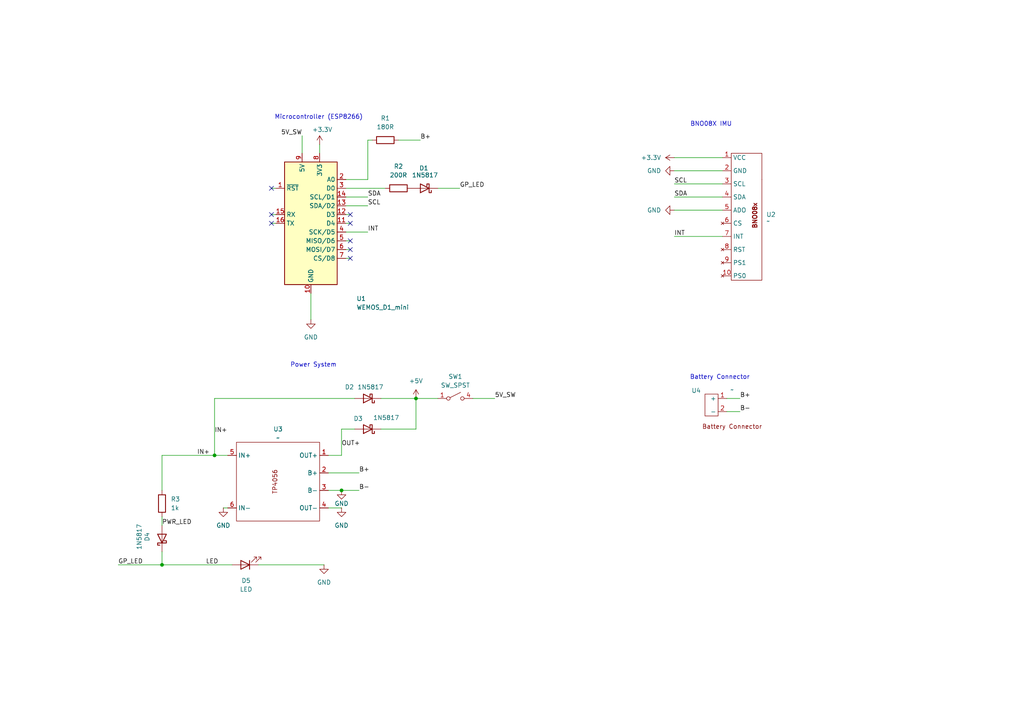
<source format=kicad_sch>
(kicad_sch (version 20250114) (generator "eeschema") (generator_version "9.0")
  (paper "A4")
  (title_block (title "CVISS Tracker PCB") (company "Noah Yacowar"))
  (lib_symbols
    (symbol "Battery_Connector_1"
      (property "Reference" "U" (at 3.81 0 0))
      (symbol "Battery_Connector_1_0_1"
        (rectangle (start 6.35 8.89) (end 10.16 2.54))
      )
      (symbol "Battery_Connector_1_1_1"
        (text "Battery Connector\n" (at 2.286 11.938 0) (effects (font (size 1.27 1.27))))
        (pin power_in line (at 3.81 7.62 0) (length 2.54) (name "-") (number "2"))
        (pin power_in line (at 3.81 3.81 0) (length 2.54) (name "+") (number "1"))
      )
    )
    (symbol "Custom_Symbol_Library:BNO08x_Board"
      (property "Reference" "U" (at 0 0 0))
      (symbol "BNO08x_Board_0_1"
        (rectangle (start 10.16 -10.16) (end 10.16 -10.16))
      )
      (symbol "BNO08x_Board_1_1"
        (rectangle (start 1.27 -2.54) (end 10.16 -39.37))
        (text "BNO08x" (at 8.128 -20.574 900) (effects (font (size 1.27 1.27) (thickness 0.254) (bold yes))))
        (pin power_in line (at -1.27 -3.81 0) (length 2.54) (name "VCC") (number "1"))
        (pin power_out line (at -1.27 -7.62 0) (length 2.54) (name "GND") (number "2"))
        (pin bidirectional line (at -1.27 -11.43 0) (length 2.54) (name "SCL") (number "3"))
        (pin bidirectional line (at -1.27 -15.24 0) (length 2.54) (name "SDA") (number "4"))
        (pin input line (at -1.27 -19.05 0) (length 2.54) (name "ADO") (number "5"))
        (pin no_connect line (at -1.27 -22.86 0) (length 2.54) (name "CS") (number "6"))
        (pin output line (at -1.27 -26.67 0) (length 2.54) (name "INT") (number "7"))
        (pin no_connect line (at -1.27 -30.48 0) (length 2.54) (name "RST") (number "8"))
        (pin no_connect line (at -1.27 -34.29 0) (length 2.54) (name "PS1") (number "9"))
        (pin no_connect line (at -1.27 -38.1 0) (length 2.54) (name "PS0") (number "10"))
      )
    )
    (symbol "Custom_Symbol_Library:TP4056_Board"
      (property "Reference" "U" (at -10.668 9.652 0))
      (symbol "TP4056_Board_0_1"
        (rectangle (start -11.43 -1.27) (end 11.43 -25.4))
      )
      (symbol "TP4056_Board_1_1"
        (text "TP4056\n" (at 0 -14.224 0) (effects (font (size 1.27 1.27))))
        (pin power_out line (at -7.62 1.27 270) (length 2.54) (name "OUT+") (number "1"))
        (pin power_in line (at -7.62 -27.94 90) (length 2.54) (name "IN+") (number "5"))
        (pin power_out line (at -2.54 1.27 270) (length 2.54) (name "B+") (number "2"))
        (pin power_out line (at 2.54 1.27 270) (length 2.54) (name "B-") (number "3"))
        (pin power_out line (at 7.62 1.27 270) (length 2.54) (name "OUT-") (number "4"))
        (pin power_in line (at 7.62 -27.94 90) (length 2.54) (name "IN-") (number "6"))
      )
    )
    (symbol "Device:LED" (pin_numbers (hide yes)) (pin_names (offset 1.016) (hide yes))
      (property "Reference" "D" (at 0 2.54 0))
      (property "Value" "LED" (at 0 -2.54 0))
      (symbol "LED_0_1"
        (polyline (pts (xy -3.048 -0.762) (xy -4.572 -2.286) (xy -3.81 -2.286) (xy -4.572 -2.286) (xy -4.572 -1.524)))
        (polyline (pts (xy -1.778 -0.762) (xy -3.302 -2.286) (xy -2.54 -2.286) (xy -3.302 -2.286) (xy -3.302 -1.524)))
        (polyline (pts (xy -1.27 0) (xy 1.27 0)))
        (polyline (pts (xy -1.27 -1.27) (xy -1.27 1.27)) (stroke (width 0.254)))
        (polyline (pts (xy 1.27 -1.27) (xy 1.27 1.27) (xy -1.27 0) (xy 1.27 -1.27)) (stroke (width 0.254)))
      )
      (symbol "LED_1_1"
        (pin passive line (at -3.81 0 0) (length 2.54) (name "K") (number "1"))
        (pin passive line (at 3.81 0 180) (length 2.54) (name "A") (number "2"))
      )
    )
    (symbol "Device:R" (pin_numbers (hide yes)) (pin_names (offset 0))
      (property "Reference" "R" (at 2.032 0 90))
      (property "Value" "R" (at 0 0 90))
      (symbol "R_0_1"
        (rectangle (start -1.016 -2.54) (end 1.016 2.54) (stroke (width 0.254)))
      )
      (symbol "R_1_1"
        (pin passive line (at 0 3.81 270) (length 1.27) (name "~") (number "1"))
        (pin passive line (at 0 -3.81 90) (length 1.27) (name "~") (number "2"))
      )
    )
    (symbol "Diode:1N5817" (pin_numbers (hide yes)) (pin_names (offset 1.016) (hide yes))
      (property "Reference" "D" (at 0 2.54 0))
      (property "Value" "1N5817" (at 0 -2.54 0))
      (symbol "1N5817_0_1"
        (polyline (pts (xy -1.905 0.635) (xy -1.905 1.27) (xy -1.27 1.27) (xy -1.27 -1.27) (xy -0.635 -1.27) (xy -0.635 -0.635)) (stroke (width 0.254)))
        (polyline (pts (xy 1.27 1.27) (xy 1.27 -1.27) (xy -1.27 0) (xy 1.27 1.27)) (stroke (width 0.254)))
        (polyline (pts (xy 1.27 0) (xy -1.27 0)))
      )
      (symbol "1N5817_1_1"
        (pin passive line (at -3.81 0 0) (length 2.54) (name "K") (number "1"))
        (pin passive line (at 3.81 0 180) (length 2.54) (name "A") (number "2"))
      )
    )
    (symbol "RF_Module:WEMOS_D1_mini"
      (property "Reference" "U" (at 3.81 19.05 0))
      (property "Value" "WEMOS_D1_mini" (at 1.27 -19.05 0))
      (symbol "WEMOS_D1_mini_1_1"
        (rectangle (start -7.62 17.78) (end 7.62 -17.78) (stroke (width 0.254)) (fill (type background)))
        (pin input line (at -10.16 10.16 0) (length 2.54) (name "~{RST}") (number "1"))
        (pin input line (at -10.16 2.54 0) (length 2.54) (name "RX") (number "15"))
        (pin output line (at -10.16 0 0) (length 2.54) (name "TX") (number "16"))
        (pin power_in line (at -2.54 20.32 270) (length 2.54) (name "5V") (number "9"))
        (pin power_in line (at 0 -20.32 90) (length 2.54) (name "GND") (number "10"))
        (pin power_out line (at 2.54 20.32 270) (length 2.54) (name "3V3") (number "8"))
        (pin input line (at 10.16 12.7 180) (length 2.54) (name "A0") (number "2"))
        (pin bidirectional line (at 10.16 10.16 180) (length 2.54) (name "D0") (number "3"))
        (pin bidirectional line (at 10.16 7.62 180) (length 2.54) (name "SCL/D1") (number "14"))
        (pin bidirectional line (at 10.16 5.08 180) (length 2.54) (name "SDA/D2") (number "13"))
        (pin bidirectional line (at 10.16 2.54 180) (length 2.54) (name "D3") (number "12"))
        (pin bidirectional line (at 10.16 0 180) (length 2.54) (name "D4") (number "11"))
        (pin bidirectional line (at 10.16 -2.54 180) (length 2.54) (name "SCK/D5") (number "4"))
        (pin bidirectional line (at 10.16 -5.08 180) (length 2.54) (name "MISO/D6") (number "5"))
        (pin bidirectional line (at 10.16 -7.62 180) (length 2.54) (name "MOSI/D7") (number "6"))
        (pin bidirectional line (at 10.16 -10.16 180) (length 2.54) (name "CS/D8") (number "7"))
      )
    )
    (symbol "Switch:SW_SPST" (pin_names (offset 0) (hide yes))
      (property "Reference" "SW1" (at 0 6.35 0))
      (property "Value" "SW_SPST" (at 0 3.81 0))
      (symbol "SW_SPST_0_0"
        (circle (center -2.032 0) (radius 0.508))
        (polyline (pts (xy -1.524 0.254) (xy 1.524 1.778)))
        (circle (center 2.032 0) (radius 0.508))
      )
      (symbol "SW_SPST_1_1"
        (pin passive line (at -5.08 0 0) (length 2.54) (name "A") (number "1"))
        (pin passive line (at 5.08 0 180) (length 2.54) (name "B") (number "4"))
      )
    )
    (symbol "power:+3.3V" (power) (pin_numbers (hide yes)) (pin_names (offset 0) (hide yes))
      (property "Value" "+3.3V" (at 0 3.556 0))
      (symbol "+3.3V_0_1"
        (polyline (pts (xy -0.762 1.27) (xy 0 2.54)))
        (polyline (pts (xy 0 2.54) (xy 0.762 1.27)))
        (polyline (pts (xy 0 0) (xy 0 2.54)))
      )
      (symbol "+3.3V_1_1"
        (pin power_in line (at 0 0 90) (length 0) (name "~") (number "1"))
      )
    )
    (symbol "power:+5V" (power) (pin_numbers (hide yes)) (pin_names (offset 0) (hide yes))
      (property "Value" "+5V" (at 0 3.556 0))
      (symbol "+5V_0_1"
        (polyline (pts (xy -0.762 1.27) (xy 0 2.54)))
        (polyline (pts (xy 0 2.54) (xy 0.762 1.27)))
        (polyline (pts (xy 0 0) (xy 0 2.54)))
      )
      (symbol "+5V_1_1"
        (pin power_in line (at 0 0 90) (length 0) (name "~") (number "1"))
      )
    )
    (symbol "power:GND" (power) (pin_numbers (hide yes)) (pin_names (offset 0) (hide yes))
      (property "Value" "GND" (at 0 -3.81 0))
      (symbol "GND_0_1"
        (polyline (pts (xy 0 0) (xy 0 -1.27) (xy 1.27 -1.27) (xy 0 -2.54) (xy -1.27 -1.27) (xy 0 -1.27)))
      )
      (symbol "GND_1_1"
        (pin power_in line (at 0 0 270) (length 0) (name "~") (number "1"))
      )
    )
  )
  (text "BNO08X IMU\n" (at 206.248 36.068 0) (effects (font (size 1.27 1.27))))
  (text "Power System" (at 90.932 105.918 0) (effects (font (size 1.27 1.27))))
  (text "Microcontroller (ESP8266)" (at 92.456 34.036 0) (effects (font (size 1.27 1.27))))
  (text "Battery Connector\n" (at 208.788 109.474 0) (effects (font (size 1.27 1.27))))
  (junction (at 120.65 115.57))
  (junction (at 62.23 132.08))
  (junction (at 46.99 163.83))
  (junction (at 99.06 142.24))
  (no_connect (at 101.6 72.39))
  (no_connect (at 101.6 62.23))
  (no_connect (at 78.74 54.61))
  (no_connect (at 101.6 64.77))
  (no_connect (at 78.74 64.77))
  (no_connect (at 101.6 74.93))
  (no_connect (at 101.6 69.85))
  (no_connect (at 78.74 62.23))
  (wire (pts (xy 121.92 40.64) (xy 115.57 40.64)))
  (wire (pts (xy 100.33 57.15) (xy 106.68 57.15)))
  (wire (pts (xy 99.06 124.46) (xy 102.87 124.46)))
  (wire (pts (xy 100.33 54.61) (xy 111.76 54.61)))
  (wire (pts (xy 64.77 147.32) (xy 66.04 147.32)))
  (wire (pts (xy 195.58 68.58) (xy 209.55 68.58)))
  (wire (pts (xy 210.82 119.38) (xy 214.63 119.38)))
  (wire (pts (xy 143.51 115.57) (xy 137.16 115.57)))
  (wire (pts (xy 101.6 72.39) (xy 100.33 72.39)))
  (wire (pts (xy 74.93 163.83) (xy 93.98 163.83)))
  (wire (pts (xy 78.74 54.61) (xy 80.01 54.61)))
  (wire (pts (xy 195.58 53.34) (xy 209.55 53.34)))
  (wire (pts (xy 99.06 142.24) (xy 95.25 142.24)))
  (wire (pts (xy 110.49 115.57) (xy 120.65 115.57)))
  (wire (pts (xy 195.58 45.72) (xy 209.55 45.72)))
  (wire (pts (xy 34.29 163.83) (xy 46.99 163.83)))
  (wire (pts (xy 100.33 62.23) (xy 101.6 62.23)))
  (wire (pts (xy 100.33 64.77) (xy 101.6 64.77)))
  (wire (pts (xy 100.33 74.93) (xy 101.6 74.93)))
  (wire (pts (xy 195.58 60.96) (xy 209.55 60.96)))
  (wire (pts (xy 46.99 163.83) (xy 67.31 163.83)))
  (wire (pts (xy 92.71 41.91) (xy 92.71 44.45)))
  (wire (pts (xy 95.25 132.08) (xy 99.06 132.08)))
  (wire (pts (xy 99.06 147.32) (xy 95.25 147.32)))
  (wire (pts (xy 127 54.61) (xy 133.35 54.61)))
  (wire (pts (xy 210.82 115.57) (xy 214.63 115.57)))
  (wire (pts (xy 46.99 149.86) (xy 46.99 152.4)))
  (wire (pts (xy 90.17 85.09) (xy 90.17 92.71)))
  (wire (pts (xy 99.06 124.46) (xy 99.06 132.08)))
  (wire (pts (xy 62.23 115.57) (xy 62.23 132.08)))
  (wire (pts (xy 46.99 132.08) (xy 62.23 132.08)))
  (wire (pts (xy 46.99 160.02) (xy 46.99 163.83)))
  (wire (pts (xy 106.68 52.07) (xy 100.33 52.07)))
  (wire (pts (xy 120.65 115.57) (xy 127 115.57)))
  (wire (pts (xy 104.14 142.24) (xy 99.06 142.24)))
  (wire (pts (xy 78.74 62.23) (xy 80.01 62.23)))
  (wire (pts (xy 107.95 40.64) (xy 106.68 40.64)))
  (wire (pts (xy 78.74 64.77) (xy 80.01 64.77)))
  (wire (pts (xy 100.33 69.85) (xy 101.6 69.85)))
  (wire (pts (xy 46.99 132.08) (xy 46.99 142.24)))
  (wire (pts (xy 62.23 115.57) (xy 102.87 115.57)))
  (wire (pts (xy 100.33 67.31) (xy 106.68 67.31)))
  (wire (pts (xy 106.68 40.64) (xy 106.68 52.07)))
  (wire (pts (xy 104.14 137.16) (xy 95.25 137.16)))
  (wire (pts (xy 195.58 57.15) (xy 209.55 57.15)))
  (wire (pts (xy 120.65 115.57) (xy 120.65 124.46)))
  (wire (pts (xy 195.58 49.53) (xy 209.55 49.53)))
  (wire (pts (xy 62.23 132.08) (xy 66.04 132.08)))
  (wire (pts (xy 100.33 59.69) (xy 106.68 59.69)))
  (wire (pts (xy 110.49 124.46) (xy 120.65 124.46)))
  (wire (pts (xy 87.63 39.37) (xy 87.63 44.45)))
  (label "INT" (at 106.68 67.31 0))
  (label "B+" (at 214.63 115.57 0))
  (label "B+" (at 121.92 40.64 0))
  (label "GP_LED" (at 34.29 163.83 0))
  (label "INT" (at 195.58 68.58 0))
  (label "B-" (at 214.63 119.38 0))
  (label "5V_SW" (at 87.63 39.37 180))
  (label "SCL" (at 106.68 59.69 0))
  (label "SCL" (at 195.58 53.34 0))
  (label "B-" (at 104.14 142.24 0))
  (label "GP_LED" (at 133.35 54.61 0))
  (label "5V_SW" (at 143.51 115.57 0))
  (label "SDA" (at 195.58 57.15 0))
  (label "OUT+" (at 99.06 129.54 0))
  (label "SDA" (at 106.68 57.15 0))
  (label "B+" (at 104.14 137.16 0))
  (label "IN+" (at 57.15 132.08 0))
  (label "LED" (at 59.69 163.83 0))
  (label "IN+" (at 62.23 125.73 0))
  (label "PWR_LED" (at 46.99 152.4 0))
  (symbol (lib_name "Battery_Connector_1") (lib_id "Custom_Symbol_Library:Battery_Connector") (at 214.63 111.76 180) (unit 1)
    (property "Reference" "U4" (at 201.93 113.284 0))
    (property "Value" "~" (at 212.3439 113.03 0))
    (property "Footprint" "Custom_Footprint_Library:Battery_Connector" (effects (hide yes)))
  )
  (symbol (lib_id "Device:R") (at 115.57 54.61 90) (unit 1)
    (property "Reference" "R2" (at 115.57 48.26 90))
    (property "Value" "200R" (at 115.57 50.8 90))
    (property "Footprint" "Resistor_THT:R_Axial_DIN0207_L6.3mm_D2.5mm_P7.62mm_Horizontal" (effects (hide yes)))
    (property "Description" "Resistor" (effects (hide yes)))
  )
  (symbol (lib_id "power:GND") (at 99.06 147.32 0) (unit 1)
    (property "Reference" "#PWR03" (effects (hide yes)))
    (property "Value" "GND" (at 99.06 152.4 0))
    (property "Description" "Power symbol creates a global label with name \"GND\" , ground" (effects (hide yes)))
  )
  (symbol (lib_id "power:GND") (at 93.98 163.83 0) (unit 1)
    (property "Reference" "#PWR06" (effects (hide yes)))
    (property "Value" "GND" (at 93.98 168.91 0))
    (property "Description" "Power symbol creates a global label with name \"GND\" , ground" (effects (hide yes)))
  )
  (symbol (lib_id "power:GND") (at 64.77 147.32 0) (unit 1)
    (property "Reference" "#PWR04" (effects (hide yes)))
    (property "Value" "GND" (at 64.77 152.4 0))
    (property "Description" "Power symbol creates a global label with name \"GND\" , ground" (effects (hide yes)))
  )
  (symbol (lib_id "Device:R") (at 46.99 146.05 0) (unit 1)
    (property "Reference" "R3" (at 49.53 144.7799 0) (effects (justify left)))
    (property "Value" "1k" (at 49.53 147.3199 0) (effects (justify left)))
    (property "Footprint" "Resistor_THT:R_Axial_DIN0207_L6.3mm_D2.5mm_P7.62mm_Horizontal" (effects (hide yes)))
    (property "Description" "Resistor" (effects (hide yes)))
  )
  (symbol (lib_id "power:GND") (at 90.17 92.71 0) (unit 1)
    (property "Reference" "#PWR07" (effects (hide yes)))
    (property "Value" "GND" (at 90.17 97.79 0))
    (property "Description" "Power symbol creates a global label with name \"GND\" , ground" (effects (hide yes)))
  )
  (symbol (lib_id "Device:R") (at 111.76 40.64 90) (unit 1)
    (property "Reference" "R1" (at 111.76 34.29 90))
    (property "Value" "180R" (at 111.76 36.83 90))
    (property "Footprint" "Resistor_THT:R_Axial_DIN0207_L6.3mm_D2.5mm_P7.62mm_Horizontal" (effects (hide yes)))
    (property "Description" "Resistor" (effects (hide yes)))
  )
  (symbol (lib_id "Diode:1N5817") (at 46.99 156.21 90) (unit 1)
    (property "Reference" "D4" (at 42.672 155.702 0))
    (property "Value" "1N5817" (at 40.386 155.702 0))
    (property "Footprint" "Diode_THT:D_DO-41_SOD81_P10.16mm_Horizontal" (effects (hide yes)))
    (property "Datasheet" "http://www.vishay.com/docs/88525/1n5817.pdf" (effects (hide yes)))
    (property "Description" "20V 1A Schottky Barrier Rectifier Diode, DO-41" (effects (hide yes)))
  )
  (symbol (lib_id "Diode:1N5817") (at 123.19 54.61 180) (unit 1)
    (property "Reference" "D1" (at 122.936 48.768 0))
    (property "Value" "1N5817" (at 123.2535 50.8 0))
    (property "Footprint" "Diode_THT:D_DO-41_SOD81_P10.16mm_Horizontal" (effects (hide yes)))
    (property "Datasheet" "http://www.vishay.com/docs/88525/1n5817.pdf" (effects (hide yes)))
    (property "Description" "20V 1A Schottky Barrier Rectifier Diode, DO-41" (effects (hide yes)))
  )
  (symbol (lib_id "Custom_Symbol_Library:BNO08x_Board") (at 210.82 41.91 0) (unit 1)
    (property "Reference" "U2" (at 222.25 62.2299 0) (effects (justify left)))
    (property "Value" "~" (at 222.25 64.135 0) (effects (justify left)))
    (property "Footprint" "Custom_Footprint_Library:BNO08x_Board" (effects (hide yes)))
  )
  (symbol (lib_id "Diode:1N5817") (at 106.68 124.46 180) (unit 1)
    (property "Reference" "D3" (at 103.886 121.412 0))
    (property "Value" "1N5817" (at 112.014 121.158 0))
    (property "Footprint" "Diode_THT:D_DO-41_SOD81_P10.16mm_Horizontal" (effects (hide yes)))
    (property "Datasheet" "http://www.vishay.com/docs/88525/1n5817.pdf" (effects (hide yes)))
    (property "Description" "20V 1A Schottky Barrier Rectifier Diode, DO-41" (effects (hide yes)))
  )
  (symbol (lib_id "power:GND") (at 195.58 60.96 270) (unit 1)
    (property "Reference" "#PWR011" (effects (hide yes)))
    (property "Value" "GND" (at 191.77 60.9599 90) (effects (justify right)))
    (property "Description" "Power symbol creates a global label with name \"GND\" , ground" (effects (hide yes)))
  )
  (symbol (lib_id "RF_Module:WEMOS_D1_mini") (at 90.17 64.77 0) (unit 1)
    (property "Reference" "U1" (at 103.378 86.614 0) (effects (justify left)))
    (property "Value" "WEMOS_D1_mini" (at 103.378 89.154 0) (effects (justify left)))
    (property "Footprint" "RF_Module:WEMOS_D1_mini_light" (effects (hide yes)))
    (property "Datasheet" "https://wiki.wemos.cc/products:d1:d1_mini#documentation" (effects (hide yes)))
    (property "Description" "32-bit microcontroller module with WiFi" (effects (hide yes)))
  )
  (symbol (lib_id "Switch:SW_SPST") (at 132.08 115.57 0) (unit 1)
    (property "Reference" "SW1" (at 132.08 109.22 0))
    (property "Value" "SW_SPST" (at 132.08 111.76 0))
    (property "Footprint" "Custom_Footprint_Library:SK12DO7_Switch" (effects (hide yes)))
    (property "Description" "Single Pole Single Throw (SPST) switch" (effects (hide yes)))
  )
  (symbol (lib_id "power:+3.3V") (at 195.58 45.72 90) (unit 1)
    (property "Reference" "#PWR02" (effects (hide yes)))
    (property "Value" "+3.3V" (at 191.77 45.7199 90) (effects (justify left)))
    (property "Description" "Power symbol creates a global label with name \"+3.3V\"" (effects (hide yes)))
  )
  (symbol (lib_id "power:GND") (at 195.58 49.53 270) (unit 1)
    (property "Reference" "#PWR08" (effects (hide yes)))
    (property "Value" "GND" (at 191.77 49.5299 90) (effects (justify right)))
    (property "Description" "Power symbol creates a global label with name \"GND\" , ground" (effects (hide yes)))
  )
  (symbol (lib_id "power:+5V") (at 120.65 115.57 0) (unit 1)
    (property "Reference" "#PWR05" (effects (hide yes)))
    (property "Value" "+5V" (at 120.65 110.49 0))
    (property "Description" "Power symbol creates a global label with name \"+5V\"" (effects (hide yes)))
  )
  (symbol (lib_id "Device:LED") (at 71.12 163.83 180) (unit 1)
    (property "Reference" "D5" (at 71.374 168.402 0))
    (property "Value" "LED" (at 71.374 170.942 0))
    (property "Footprint" "LED_THT:LED_D5.0mm_Clear" (effects (hide yes)))
    (property "Description" "Light emitting diode" (effects (hide yes)))
    (property "Sim.Pins" "1=K 2=A" (effects (hide yes)))
  )
  (symbol (lib_id "power:GND") (at 99.06 142.24 0) (unit 1)
    (property "Reference" "#PWR01" (effects (hide yes)))
    (property "Value" "GND" (at 99.06 146.05 0))
    (property "Description" "Power symbol creates a global label with name \"GND\" , ground" (effects (hide yes)))
  )
  (symbol (lib_id "power:+3.3V") (at 92.71 41.91 0) (unit 1)
    (property "Reference" "#PWR010" (effects (hide yes)))
    (property "Value" "+3.3V" (at 93.472 37.592 0))
    (property "Description" "Power symbol creates a global label with name \"+3.3V\"" (effects (hide yes)))
  )
  (symbol (lib_id "Diode:1N5817") (at 106.68 115.57 180) (unit 1)
    (property "Reference" "D2" (at 101.346 112.268 0))
    (property "Value" "1N5817" (at 107.442 112.268 0))
    (property "Footprint" "Diode_THT:D_DO-41_SOD81_P10.16mm_Horizontal" (effects (hide yes)))
    (property "Datasheet" "http://www.vishay.com/docs/88525/1n5817.pdf" (effects (hide yes)))
    (property "Description" "20V 1A Schottky Barrier Rectifier Diode, DO-41" (effects (hide yes)))
  )
  (symbol (lib_id "Custom_Symbol_Library:TP4056_Board") (at 93.98 139.7 270) (unit 1)
    (property "Reference" "U3" (at 80.645 124.46 90))
    (property "Value" "~" (at 80.645 127 90))
    (property "Footprint" "Custom_Footprint_Library:TP4056_Board" (effects (hide yes)))
  )
)
</source>
